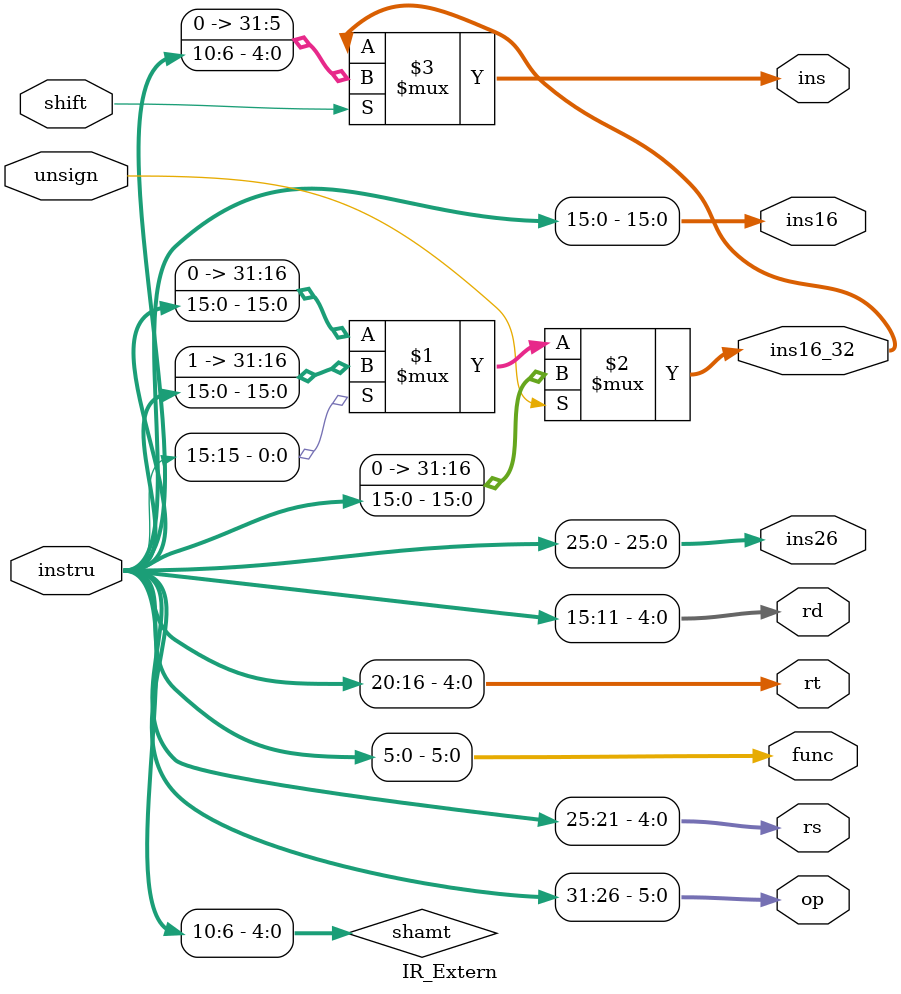
<source format=v>
module IR_Extern(
	instru,shift,unsign,
	rs,rt,rd,op,func,
	ins16_32,ins26,ins,ins16
    );
    input [31:0]instru;
    input shift,unsign;
    output [5:0] op,func;
    output [4:0] rs,rt,rd;
    output [31:0] ins16_32,ins;
    output [25:0] ins26;
    output [15:0] ins16;
    wire [4:0]shamt;
   // wire [15:0]ins16;
    assign op = instru[31:26];
    assign rs = instru[25:21];
    assign rt = instru[20:16];
    assign rd = instru[15:11];
    assign shamt = instru[10:6];
    assign func = instru[5:0];
    assign ins16 = instru[15:0];
    assign ins26 = instru[25:0];
    assign ins16_32 = unsign ? {16'h0000,ins16}:
    	ins16[15] ? {16'hffff,ins16} : {16'h0000,ins16};
    assign ins = shift ? {27'h0000000,shamt} : ins16_32;
endmodule

</source>
